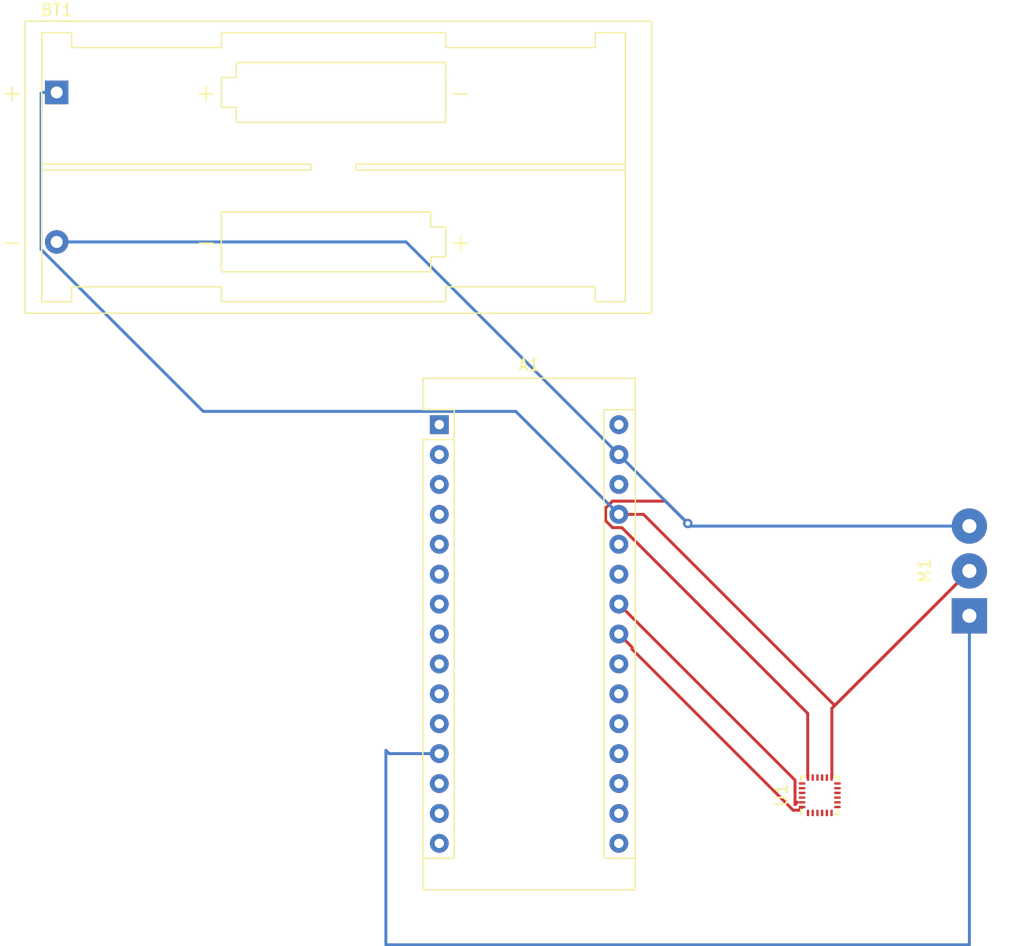
<source format=kicad_pcb>
(kicad_pcb (version 20171130) (host pcbnew "(5.1.5)-2")

  (general
    (thickness 1.6)
    (drawings 0)
    (tracks 40)
    (zones 0)
    (modules 4)
    (nets 40)
  )

  (page A4)
  (layers
    (0 F.Cu signal)
    (31 B.Cu signal)
    (32 B.Adhes user)
    (33 F.Adhes user)
    (34 B.Paste user)
    (35 F.Paste user)
    (36 B.SilkS user)
    (37 F.SilkS user)
    (38 B.Mask user)
    (39 F.Mask user)
    (40 Dwgs.User user)
    (41 Cmts.User user)
    (42 Eco1.User user)
    (43 Eco2.User user)
    (44 Edge.Cuts user)
    (45 Margin user)
    (46 B.CrtYd user)
    (47 F.CrtYd user)
    (48 B.Fab user)
    (49 F.Fab user)
  )

  (setup
    (last_trace_width 0.25)
    (trace_clearance 0.2)
    (zone_clearance 0.508)
    (zone_45_only no)
    (trace_min 0.2)
    (via_size 0.8)
    (via_drill 0.4)
    (via_min_size 0.4)
    (via_min_drill 0.3)
    (uvia_size 0.3)
    (uvia_drill 0.1)
    (uvias_allowed no)
    (uvia_min_size 0.2)
    (uvia_min_drill 0.1)
    (edge_width 0.05)
    (segment_width 0.2)
    (pcb_text_width 0.3)
    (pcb_text_size 1.5 1.5)
    (mod_edge_width 0.12)
    (mod_text_size 1 1)
    (mod_text_width 0.15)
    (pad_size 1.524 1.524)
    (pad_drill 0.762)
    (pad_to_mask_clearance 0.051)
    (solder_mask_min_width 0.25)
    (aux_axis_origin 0 0)
    (visible_elements 7FFFFFFF)
    (pcbplotparams
      (layerselection 0x010fc_ffffffff)
      (usegerberextensions false)
      (usegerberattributes false)
      (usegerberadvancedattributes false)
      (creategerberjobfile false)
      (excludeedgelayer true)
      (linewidth 0.100000)
      (plotframeref false)
      (viasonmask false)
      (mode 1)
      (useauxorigin false)
      (hpglpennumber 1)
      (hpglpenspeed 20)
      (hpglpendiameter 15.000000)
      (psnegative false)
      (psa4output false)
      (plotreference true)
      (plotvalue true)
      (plotinvisibletext false)
      (padsonsilk false)
      (subtractmaskfromsilk false)
      (outputformat 1)
      (mirror false)
      (drillshape 1)
      (scaleselection 1)
      (outputdirectory ""))
  )

  (net 0 "")
  (net 1 "Net-(A1-Pad1)")
  (net 2 "Net-(A1-Pad17)")
  (net 3 "Net-(A1-Pad2)")
  (net 4 "Net-(A1-Pad18)")
  (net 5 "Net-(A1-Pad3)")
  (net 6 "Net-(A1-Pad19)")
  (net 7 "Net-(A1-Pad4)")
  (net 8 "Net-(A1-Pad5)")
  (net 9 "Net-(A1-Pad21)")
  (net 10 "Net-(A1-Pad6)")
  (net 11 "Net-(A1-Pad22)")
  (net 12 "Net-(A1-Pad7)")
  (net 13 "Net-(A1-Pad23)")
  (net 14 "Net-(A1-Pad8)")
  (net 15 "Net-(A1-Pad24)")
  (net 16 "Net-(A1-Pad9)")
  (net 17 "Net-(A1-Pad25)")
  (net 18 "Net-(A1-Pad10)")
  (net 19 "Net-(A1-Pad26)")
  (net 20 "Net-(A1-Pad11)")
  (net 21 "Net-(A1-Pad27)")
  (net 22 "Net-(A1-Pad12)")
  (net 23 "Net-(A1-Pad28)")
  (net 24 "Net-(A1-Pad13)")
  (net 25 GND)
  (net 26 "Net-(A1-Pad14)")
  (net 27 "Net-(A1-Pad30)")
  (net 28 "Net-(A1-Pad15)")
  (net 29 "Net-(A1-Pad16)")
  (net 30 "Net-(U1-Pad1)")
  (net 31 "Net-(U1-Pad7)")
  (net 32 "Net-(U1-Pad8)")
  (net 33 "Net-(U1-Pad9)")
  (net 34 "Net-(U1-Pad10)")
  (net 35 "Net-(U1-Pad11)")
  (net 36 "Net-(U1-Pad12)")
  (net 37 "Net-(U1-Pad20)")
  (net 38 "Net-(U1-Pad21)")
  (net 39 "Net-(U1-Pad22)")

  (net_class Default "This is the default net class."
    (clearance 0.2)
    (trace_width 0.25)
    (via_dia 0.8)
    (via_drill 0.4)
    (uvia_dia 0.3)
    (uvia_drill 0.1)
    (add_net GND)
    (add_net "Net-(A1-Pad1)")
    (add_net "Net-(A1-Pad10)")
    (add_net "Net-(A1-Pad11)")
    (add_net "Net-(A1-Pad12)")
    (add_net "Net-(A1-Pad13)")
    (add_net "Net-(A1-Pad14)")
    (add_net "Net-(A1-Pad15)")
    (add_net "Net-(A1-Pad16)")
    (add_net "Net-(A1-Pad17)")
    (add_net "Net-(A1-Pad18)")
    (add_net "Net-(A1-Pad19)")
    (add_net "Net-(A1-Pad2)")
    (add_net "Net-(A1-Pad21)")
    (add_net "Net-(A1-Pad22)")
    (add_net "Net-(A1-Pad23)")
    (add_net "Net-(A1-Pad24)")
    (add_net "Net-(A1-Pad25)")
    (add_net "Net-(A1-Pad26)")
    (add_net "Net-(A1-Pad27)")
    (add_net "Net-(A1-Pad28)")
    (add_net "Net-(A1-Pad3)")
    (add_net "Net-(A1-Pad30)")
    (add_net "Net-(A1-Pad4)")
    (add_net "Net-(A1-Pad5)")
    (add_net "Net-(A1-Pad6)")
    (add_net "Net-(A1-Pad7)")
    (add_net "Net-(A1-Pad8)")
    (add_net "Net-(A1-Pad9)")
    (add_net "Net-(U1-Pad1)")
    (add_net "Net-(U1-Pad10)")
    (add_net "Net-(U1-Pad11)")
    (add_net "Net-(U1-Pad12)")
    (add_net "Net-(U1-Pad20)")
    (add_net "Net-(U1-Pad21)")
    (add_net "Net-(U1-Pad22)")
    (add_net "Net-(U1-Pad7)")
    (add_net "Net-(U1-Pad8)")
    (add_net "Net-(U1-Pad9)")
  )

  (module Module:Arduino_Nano (layer F.Cu) (tedit 58ACAF70) (tstamp 5E433A97)
    (at 201.385001 82.825001)
    (descr "Arduino Nano, http://www.mouser.com/pdfdocs/Gravitech_Arduino_Nano3_0.pdf")
    (tags "Arduino Nano")
    (path /5E42C9E2)
    (fp_text reference A1 (at 7.62 -5.08) (layer F.SilkS)
      (effects (font (size 1 1) (thickness 0.15)))
    )
    (fp_text value Arduino_Nano_v3.x (at 8.89 19.05 90) (layer F.Fab)
      (effects (font (size 1 1) (thickness 0.15)))
    )
    (fp_text user %R (at 6.35 19.05 90) (layer F.Fab)
      (effects (font (size 1 1) (thickness 0.15)))
    )
    (fp_line (start 1.27 1.27) (end 1.27 -1.27) (layer F.SilkS) (width 0.12))
    (fp_line (start 1.27 -1.27) (end -1.4 -1.27) (layer F.SilkS) (width 0.12))
    (fp_line (start -1.4 1.27) (end -1.4 39.5) (layer F.SilkS) (width 0.12))
    (fp_line (start -1.4 -3.94) (end -1.4 -1.27) (layer F.SilkS) (width 0.12))
    (fp_line (start 13.97 -1.27) (end 16.64 -1.27) (layer F.SilkS) (width 0.12))
    (fp_line (start 13.97 -1.27) (end 13.97 36.83) (layer F.SilkS) (width 0.12))
    (fp_line (start 13.97 36.83) (end 16.64 36.83) (layer F.SilkS) (width 0.12))
    (fp_line (start 1.27 1.27) (end -1.4 1.27) (layer F.SilkS) (width 0.12))
    (fp_line (start 1.27 1.27) (end 1.27 36.83) (layer F.SilkS) (width 0.12))
    (fp_line (start 1.27 36.83) (end -1.4 36.83) (layer F.SilkS) (width 0.12))
    (fp_line (start 3.81 31.75) (end 11.43 31.75) (layer F.Fab) (width 0.1))
    (fp_line (start 11.43 31.75) (end 11.43 41.91) (layer F.Fab) (width 0.1))
    (fp_line (start 11.43 41.91) (end 3.81 41.91) (layer F.Fab) (width 0.1))
    (fp_line (start 3.81 41.91) (end 3.81 31.75) (layer F.Fab) (width 0.1))
    (fp_line (start -1.4 39.5) (end 16.64 39.5) (layer F.SilkS) (width 0.12))
    (fp_line (start 16.64 39.5) (end 16.64 -3.94) (layer F.SilkS) (width 0.12))
    (fp_line (start 16.64 -3.94) (end -1.4 -3.94) (layer F.SilkS) (width 0.12))
    (fp_line (start 16.51 39.37) (end -1.27 39.37) (layer F.Fab) (width 0.1))
    (fp_line (start -1.27 39.37) (end -1.27 -2.54) (layer F.Fab) (width 0.1))
    (fp_line (start -1.27 -2.54) (end 0 -3.81) (layer F.Fab) (width 0.1))
    (fp_line (start 0 -3.81) (end 16.51 -3.81) (layer F.Fab) (width 0.1))
    (fp_line (start 16.51 -3.81) (end 16.51 39.37) (layer F.Fab) (width 0.1))
    (fp_line (start -1.53 -4.06) (end 16.75 -4.06) (layer F.CrtYd) (width 0.05))
    (fp_line (start -1.53 -4.06) (end -1.53 42.16) (layer F.CrtYd) (width 0.05))
    (fp_line (start 16.75 42.16) (end 16.75 -4.06) (layer F.CrtYd) (width 0.05))
    (fp_line (start 16.75 42.16) (end -1.53 42.16) (layer F.CrtYd) (width 0.05))
    (pad 1 thru_hole rect (at 0 0) (size 1.6 1.6) (drill 0.8) (layers *.Cu *.Mask)
      (net 1 "Net-(A1-Pad1)"))
    (pad 17 thru_hole oval (at 15.24 33.02) (size 1.6 1.6) (drill 0.8) (layers *.Cu *.Mask)
      (net 2 "Net-(A1-Pad17)"))
    (pad 2 thru_hole oval (at 0 2.54) (size 1.6 1.6) (drill 0.8) (layers *.Cu *.Mask)
      (net 3 "Net-(A1-Pad2)"))
    (pad 18 thru_hole oval (at 15.24 30.48) (size 1.6 1.6) (drill 0.8) (layers *.Cu *.Mask)
      (net 4 "Net-(A1-Pad18)"))
    (pad 3 thru_hole oval (at 0 5.08) (size 1.6 1.6) (drill 0.8) (layers *.Cu *.Mask)
      (net 5 "Net-(A1-Pad3)"))
    (pad 19 thru_hole oval (at 15.24 27.94) (size 1.6 1.6) (drill 0.8) (layers *.Cu *.Mask)
      (net 6 "Net-(A1-Pad19)"))
    (pad 4 thru_hole oval (at 0 7.62) (size 1.6 1.6) (drill 0.8) (layers *.Cu *.Mask)
      (net 7 "Net-(A1-Pad4)"))
    (pad 20 thru_hole oval (at 15.24 25.4) (size 1.6 1.6) (drill 0.8) (layers *.Cu *.Mask)
      (net 6 "Net-(A1-Pad19)"))
    (pad 5 thru_hole oval (at 0 10.16) (size 1.6 1.6) (drill 0.8) (layers *.Cu *.Mask)
      (net 8 "Net-(A1-Pad5)"))
    (pad 21 thru_hole oval (at 15.24 22.86) (size 1.6 1.6) (drill 0.8) (layers *.Cu *.Mask)
      (net 9 "Net-(A1-Pad21)"))
    (pad 6 thru_hole oval (at 0 12.7) (size 1.6 1.6) (drill 0.8) (layers *.Cu *.Mask)
      (net 10 "Net-(A1-Pad6)"))
    (pad 22 thru_hole oval (at 15.24 20.32) (size 1.6 1.6) (drill 0.8) (layers *.Cu *.Mask)
      (net 11 "Net-(A1-Pad22)"))
    (pad 7 thru_hole oval (at 0 15.24) (size 1.6 1.6) (drill 0.8) (layers *.Cu *.Mask)
      (net 12 "Net-(A1-Pad7)"))
    (pad 23 thru_hole oval (at 15.24 17.78) (size 1.6 1.6) (drill 0.8) (layers *.Cu *.Mask)
      (net 13 "Net-(A1-Pad23)"))
    (pad 8 thru_hole oval (at 0 17.78) (size 1.6 1.6) (drill 0.8) (layers *.Cu *.Mask)
      (net 14 "Net-(A1-Pad8)"))
    (pad 24 thru_hole oval (at 15.24 15.24) (size 1.6 1.6) (drill 0.8) (layers *.Cu *.Mask)
      (net 15 "Net-(A1-Pad24)"))
    (pad 9 thru_hole oval (at 0 20.32) (size 1.6 1.6) (drill 0.8) (layers *.Cu *.Mask)
      (net 16 "Net-(A1-Pad9)"))
    (pad 25 thru_hole oval (at 15.24 12.7) (size 1.6 1.6) (drill 0.8) (layers *.Cu *.Mask)
      (net 17 "Net-(A1-Pad25)"))
    (pad 10 thru_hole oval (at 0 22.86) (size 1.6 1.6) (drill 0.8) (layers *.Cu *.Mask)
      (net 18 "Net-(A1-Pad10)"))
    (pad 26 thru_hole oval (at 15.24 10.16) (size 1.6 1.6) (drill 0.8) (layers *.Cu *.Mask)
      (net 19 "Net-(A1-Pad26)"))
    (pad 11 thru_hole oval (at 0 25.4) (size 1.6 1.6) (drill 0.8) (layers *.Cu *.Mask)
      (net 20 "Net-(A1-Pad11)"))
    (pad 27 thru_hole oval (at 15.24 7.62) (size 1.6 1.6) (drill 0.8) (layers *.Cu *.Mask)
      (net 21 "Net-(A1-Pad27)"))
    (pad 12 thru_hole oval (at 0 27.94) (size 1.6 1.6) (drill 0.8) (layers *.Cu *.Mask)
      (net 22 "Net-(A1-Pad12)"))
    (pad 28 thru_hole oval (at 15.24 5.08) (size 1.6 1.6) (drill 0.8) (layers *.Cu *.Mask)
      (net 23 "Net-(A1-Pad28)"))
    (pad 13 thru_hole oval (at 0 30.48) (size 1.6 1.6) (drill 0.8) (layers *.Cu *.Mask)
      (net 24 "Net-(A1-Pad13)"))
    (pad 29 thru_hole oval (at 15.24 2.54) (size 1.6 1.6) (drill 0.8) (layers *.Cu *.Mask)
      (net 25 GND))
    (pad 14 thru_hole oval (at 0 33.02) (size 1.6 1.6) (drill 0.8) (layers *.Cu *.Mask)
      (net 26 "Net-(A1-Pad14)"))
    (pad 30 thru_hole oval (at 15.24 0) (size 1.6 1.6) (drill 0.8) (layers *.Cu *.Mask)
      (net 27 "Net-(A1-Pad30)"))
    (pad 15 thru_hole oval (at 0 35.56) (size 1.6 1.6) (drill 0.8) (layers *.Cu *.Mask)
      (net 28 "Net-(A1-Pad15)"))
    (pad 16 thru_hole oval (at 15.24 35.56) (size 1.6 1.6) (drill 0.8) (layers *.Cu *.Mask)
      (net 29 "Net-(A1-Pad16)"))
    (model ${KISYS3DMOD}/Module.3dshapes/Arduino_Nano_WithMountingHoles.wrl
      (at (xyz 0 0 0))
      (scale (xyz 1 1 1))
      (rotate (xyz 0 0 0))
    )
  )

  (module Battery:BatteryHolder_Keystone_2468_2xAAA (layer F.Cu) (tedit 5B254C69) (tstamp 5E433ADE)
    (at 168.91 54.61)
    (descr "2xAAA cell battery holder, Keystone P/N 2468, http://www.keyelco.com/product-pdf.cfm?p=1033")
    (tags "AAA battery cell holder")
    (path /5E441BA9)
    (fp_text reference BT1 (at 0 -7 180) (layer F.SilkS)
      (effects (font (size 1 1) (thickness 0.15)))
    )
    (fp_text value Battery (at 24.95 7.8) (layer F.Fab)
      (effects (font (size 1 1) (thickness 0.15)))
    )
    (fp_text user - (at 34.29 0) (layer F.SilkS)
      (effects (font (size 1.5 1.5) (thickness 0.15)))
    )
    (fp_text user + (at 12.7 0) (layer F.SilkS)
      (effects (font (size 1.5 1.5) (thickness 0.15)))
    )
    (fp_text user %R (at 0 0) (layer F.Fab)
      (effects (font (size 1 1) (thickness 0.15)))
    )
    (fp_line (start 50.9 19.15) (end 50.9 -6.45) (layer F.CrtYd) (width 0.05))
    (fp_line (start -3.1 19.15) (end 50.9 19.15) (layer F.CrtYd) (width 0.05))
    (fp_line (start -3.1 -6.45) (end -3.1 19.15) (layer F.CrtYd) (width 0.05))
    (fp_line (start 50.9 -6.45) (end -3.1 -6.45) (layer F.CrtYd) (width 0.05))
    (fp_line (start 50.5 18.75) (end 50.5 -6.05) (layer F.SilkS) (width 0.12))
    (fp_line (start -2.7 18.75) (end 50.5 18.75) (layer F.SilkS) (width 0.12))
    (fp_line (start -2.7 -6.05) (end -2.7 18.75) (layer F.SilkS) (width 0.12))
    (fp_line (start 50.5 -6.05) (end -2.7 -6.05) (layer F.SilkS) (width 0.12))
    (fp_line (start 13.97 15.24) (end 13.97 10.16) (layer F.SilkS) (width 0.12))
    (fp_line (start 13.97 10.16) (end 31.75 10.16) (layer F.SilkS) (width 0.12))
    (fp_line (start 31.75 10.16) (end 31.75 11.43) (layer F.SilkS) (width 0.12))
    (fp_line (start 31.75 11.43) (end 33.02 11.43) (layer F.SilkS) (width 0.12))
    (fp_line (start 33.02 11.43) (end 33.02 13.97) (layer F.SilkS) (width 0.12))
    (fp_line (start 33.02 13.97) (end 31.75 13.97) (layer F.SilkS) (width 0.12))
    (fp_line (start 31.75 13.97) (end 31.75 15.24) (layer F.SilkS) (width 0.12))
    (fp_line (start 31.75 15.24) (end 13.97 15.24) (layer F.SilkS) (width 0.12))
    (fp_line (start 33.02 -1.27) (end 33.02 2.54) (layer F.SilkS) (width 0.12))
    (fp_line (start 33.02 2.54) (end 15.24 2.54) (layer F.SilkS) (width 0.12))
    (fp_line (start 15.24 2.54) (end 15.24 1.27) (layer F.SilkS) (width 0.12))
    (fp_line (start 15.24 1.27) (end 13.97 1.27) (layer F.SilkS) (width 0.12))
    (fp_line (start 13.97 1.27) (end 13.97 -1.27) (layer F.SilkS) (width 0.12))
    (fp_line (start 13.97 -1.27) (end 15.24 -1.27) (layer F.SilkS) (width 0.12))
    (fp_line (start 15.24 -1.27) (end 15.24 -2.54) (layer F.SilkS) (width 0.12))
    (fp_line (start 15.24 -2.54) (end 33.02 -2.54) (layer F.SilkS) (width 0.12))
    (fp_line (start 33.02 -2.54) (end 33.02 -1.27) (layer F.SilkS) (width 0.12))
    (fp_line (start -1.27 6.096) (end 21.59 6.096) (layer F.SilkS) (width 0.12))
    (fp_line (start 21.59 6.096) (end 21.59 6.604) (layer F.SilkS) (width 0.12))
    (fp_line (start 21.59 6.604) (end -1.27 6.604) (layer F.SilkS) (width 0.12))
    (fp_line (start 48.26 6.096) (end 25.4 6.096) (layer F.SilkS) (width 0.12))
    (fp_line (start 25.4 6.096) (end 25.4 6.604) (layer F.SilkS) (width 0.12))
    (fp_line (start 25.4 6.604) (end 48.26 6.604) (layer F.SilkS) (width 0.12))
    (fp_line (start 13.97 16.51) (end 13.97 17.78) (layer F.SilkS) (width 0.12))
    (fp_line (start 13.97 17.78) (end 33.02 17.78) (layer F.SilkS) (width 0.12))
    (fp_line (start 33.02 17.78) (end 33.02 16.51) (layer F.SilkS) (width 0.12))
    (fp_line (start 45.72 -3.81) (end 33.02 -3.81) (layer F.SilkS) (width 0.12))
    (fp_line (start 33.02 -3.81) (end 33.02 -5.08) (layer F.SilkS) (width 0.12))
    (fp_line (start 33.02 -5.08) (end 13.97 -5.08) (layer F.SilkS) (width 0.12))
    (fp_line (start 13.97 -5.08) (end 13.97 -3.81) (layer F.SilkS) (width 0.12))
    (fp_line (start 45.72 16.51) (end 33.02 16.51) (layer F.SilkS) (width 0.12))
    (fp_line (start 1.27 -3.81) (end 13.97 -3.81) (layer F.SilkS) (width 0.12))
    (fp_line (start 1.27 -3.81) (end 1.27 -5.08) (layer F.SilkS) (width 0.12))
    (fp_line (start 1.27 -5.08) (end -1.27 -5.08) (layer F.SilkS) (width 0.12))
    (fp_line (start -1.27 -5.08) (end -1.27 17.78) (layer F.SilkS) (width 0.12))
    (fp_line (start -1.27 17.78) (end 1.27 17.78) (layer F.SilkS) (width 0.12))
    (fp_line (start 1.27 17.78) (end 1.27 16.51) (layer F.SilkS) (width 0.12))
    (fp_line (start 1.27 16.51) (end 13.97 16.51) (layer F.SilkS) (width 0.12))
    (fp_line (start 48.26 -5.08) (end 45.72 -5.08) (layer F.SilkS) (width 0.12))
    (fp_line (start 45.72 -5.08) (end 45.72 -3.81) (layer F.SilkS) (width 0.12))
    (fp_line (start 48.26 -5.08) (end 48.26 17.78) (layer F.SilkS) (width 0.12))
    (fp_line (start 48.26 17.78) (end 45.72 17.78) (layer F.SilkS) (width 0.12))
    (fp_line (start 45.72 17.78) (end 45.72 16.51) (layer F.SilkS) (width 0.12))
    (fp_line (start -2.6 18.65) (end -2.6 6.35) (layer F.Fab) (width 0.1))
    (fp_line (start 50.4 18.65) (end 50.4 -5.95) (layer F.Fab) (width 0.1))
    (fp_line (start -2.6 18.65) (end 50.4 18.65) (layer F.Fab) (width 0.1))
    (fp_line (start -2.6 6.35) (end -2.6 -5.95) (layer F.Fab) (width 0.1))
    (fp_line (start -2.6 -5.95) (end 50.4 -5.95) (layer F.Fab) (width 0.1))
    (fp_text user + (at 34.29 12.7) (layer F.SilkS)
      (effects (font (size 1.5 1.5) (thickness 0.15)))
    )
    (fp_text user - (at 12.7 12.7) (layer F.SilkS)
      (effects (font (size 1.5 1.5) (thickness 0.15)))
    )
    (fp_text user + (at -3.81 0) (layer F.SilkS)
      (effects (font (size 1.5 1.5) (thickness 0.15)))
    )
    (fp_text user - (at -3.81 12.7) (layer F.SilkS)
      (effects (font (size 1.5 1.5) (thickness 0.15)))
    )
    (pad 1 thru_hole rect (at 0 0) (size 2 2) (drill 1.02) (layers *.Cu *.Mask)
      (net 21 "Net-(A1-Pad27)"))
    (pad 2 thru_hole circle (at 0 12.7) (size 2 2) (drill 1.02) (layers *.Cu *.Mask)
      (net 25 GND))
    (pad "" np_thru_hole circle (at 8.636 8.6995) (size 3.5 3.5) (drill 3.5) (layers *.Cu *.Mask))
    (pad "" np_thru_hole circle (at 38.608 3.9624) (size 3.5 3.5) (drill 3.5) (layers *.Cu *.Mask))
    (model ${KISYS3DMOD}/Battery.3dshapes/BatteryHolder_Keystone_2468_2xAAA.wrl
      (at (xyz 0 0 0))
      (scale (xyz 1 1 1))
      (rotate (xyz 0 0 0))
    )
  )

  (module Connector_Wire:SolderWirePad_1x03_P3.81mm_Drill1.2mm (layer F.Cu) (tedit 5AEE5F4D) (tstamp 5E433AEA)
    (at 246.38 99.06 90)
    (descr "Wire solder connection")
    (tags connector)
    (path /5E44D140)
    (attr virtual)
    (fp_text reference M1 (at 3.81 -3.81 90) (layer F.SilkS)
      (effects (font (size 1 1) (thickness 0.15)))
    )
    (fp_text value Motor_Servo (at 3.81 3.81 90) (layer F.Fab)
      (effects (font (size 1 1) (thickness 0.15)))
    )
    (fp_text user %R (at 3.81 0 90) (layer F.Fab)
      (effects (font (size 1 1) (thickness 0.15)))
    )
    (fp_line (start -2 -2) (end 9.62 -2) (layer F.CrtYd) (width 0.05))
    (fp_line (start -2 -2) (end -2 2) (layer F.CrtYd) (width 0.05))
    (fp_line (start 9.62 2) (end 9.62 -2) (layer F.CrtYd) (width 0.05))
    (fp_line (start 9.62 2) (end -2 2) (layer F.CrtYd) (width 0.05))
    (pad 1 thru_hole rect (at 0 0 90) (size 2.99974 2.99974) (drill 1.19888) (layers *.Cu *.Mask)
      (net 22 "Net-(A1-Pad12)"))
    (pad 2 thru_hole circle (at 3.81 0 90) (size 2.99974 2.99974) (drill 1.19888) (layers *.Cu *.Mask)
      (net 21 "Net-(A1-Pad27)"))
    (pad 3 thru_hole circle (at 7.62 0 90) (size 2.99974 2.99974) (drill 1.19888) (layers *.Cu *.Mask)
      (net 25 GND))
  )

  (module Sensor_Motion:InvenSense_QFN-24_3x3mm_P0.4mm (layer F.Cu) (tedit 5B5A6A65) (tstamp 5E433B25)
    (at 233.68 114.3 90)
    (descr "24-Lead Plastic QFN (3mm x 3mm); Pitch 0.4mm; EP 1.7x1.54mm; for InvenSense motion sensors; keepout area marked (Package see: https://store.invensense.com/datasheets/invensense/MPU9250REV1.0.pdf; See also https://www.invensense.com/wp-content/uploads/2015/02/InvenSense-MEMS-Handling.pdf)")
    (tags "QFN 0.4")
    (path /5E44BC2B)
    (attr smd)
    (fp_text reference U1 (at 0 -3.25 90) (layer F.SilkS)
      (effects (font (size 1 1) (thickness 0.15)))
    )
    (fp_text value MPU-9250 (at 0 3.25 90) (layer F.Fab)
      (effects (font (size 1 1) (thickness 0.15)))
    )
    (fp_text user %R (at 0 0 90) (layer F.Fab)
      (effects (font (size 0.7 0.7) (thickness 0.105)))
    )
    (fp_line (start -0.5 -1.5) (end 1.5 -1.5) (layer F.Fab) (width 0.15))
    (fp_line (start 1.5 -1.5) (end 1.5 1.5) (layer F.Fab) (width 0.15))
    (fp_line (start 1.5 1.5) (end -1.5 1.5) (layer F.Fab) (width 0.15))
    (fp_line (start -1.5 1.5) (end -1.5 -0.5) (layer F.Fab) (width 0.15))
    (fp_line (start -1.5 -0.5) (end -0.5 -1.5) (layer F.Fab) (width 0.15))
    (fp_line (start 2.05 -2.05) (end 2.05 2.05) (layer F.CrtYd) (width 0.05))
    (fp_line (start 2.05 2.05) (end -2.05 2.05) (layer F.CrtYd) (width 0.05))
    (fp_line (start -2.05 2.05) (end -2.05 -2.05) (layer F.CrtYd) (width 0.05))
    (fp_line (start -2.05 -2.05) (end 2.05 -2.05) (layer F.CrtYd) (width 0.05))
    (fp_line (start -1.6 1.6) (end -1.6 1.2) (layer F.SilkS) (width 0.15))
    (fp_line (start -1.6 1.6) (end -1.2 1.6) (layer F.SilkS) (width 0.15))
    (fp_line (start 1.6 1.6) (end 1.6 1.2) (layer F.SilkS) (width 0.15))
    (fp_line (start 1.6 1.6) (end 1.2 1.6) (layer F.SilkS) (width 0.15))
    (fp_line (start 1.6 -1.6) (end 1.6 -1.2) (layer F.SilkS) (width 0.15))
    (fp_line (start 1.6 -1.6) (end 1.2 -1.6) (layer F.SilkS) (width 0.15))
    (fp_line (start -1.6 -1.6) (end -1.2 -1.6) (layer F.SilkS) (width 0.15))
    (fp_line (start -0.875 -0.795) (end 0.875 -0.795) (layer Dwgs.User) (width 0.05))
    (fp_line (start -0.875 -0.795) (end -0.875 0.795) (layer Dwgs.User) (width 0.05))
    (fp_line (start -0.875 0.795) (end 0.875 0.795) (layer Dwgs.User) (width 0.05))
    (fp_line (start 0.875 -0.795) (end 0.875 0.795) (layer Dwgs.User) (width 0.05))
    (fp_line (start 0.875 0.295) (end 0.375 0.795) (layer Dwgs.User) (width 0.05))
    (fp_line (start 0.875 -0.205) (end -0.125 0.795) (layer Dwgs.User) (width 0.05))
    (fp_line (start 0.875 -0.705) (end -0.625 0.795) (layer Dwgs.User) (width 0.05))
    (fp_line (start 0.465 -0.795) (end -0.875 0.545) (layer Dwgs.User) (width 0.05))
    (fp_line (start -0.035 -0.795) (end -0.875 0.045) (layer Dwgs.User) (width 0.05))
    (fp_line (start -0.535 -0.795) (end -0.875 -0.455) (layer Dwgs.User) (width 0.05))
    (fp_text user KEEPOUT (at 0 -0.5 90) (layer Cmts.User)
      (effects (font (size 0.2 0.2) (thickness 0.04)))
    )
    (fp_text user "No Copper" (at 0 -0.1 90) (layer Cmts.User)
      (effects (font (size 0.2 0.2) (thickness 0.04)))
    )
    (fp_text user "Directly Below" (at 0 0.25 90) (layer Cmts.User)
      (effects (font (size 0.2 0.2) (thickness 0.04)))
    )
    (fp_text user Component (at 0 0.55 90) (layer Cmts.User)
      (effects (font (size 0.2 0.2) (thickness 0.04)))
    )
    (pad 1 smd roundrect (at -1.5 -1 90) (size 0.55 0.2) (layers F.Cu F.Paste F.Mask) (roundrect_rratio 0.25)
      (net 30 "Net-(U1-Pad1)"))
    (pad 2 smd roundrect (at -1.5 -0.6 90) (size 0.55 0.2) (layers F.Cu F.Paste F.Mask) (roundrect_rratio 0.25))
    (pad 3 smd roundrect (at -1.5 -0.2 90) (size 0.55 0.2) (layers F.Cu F.Paste F.Mask) (roundrect_rratio 0.25))
    (pad 4 smd roundrect (at -1.5 0.2 90) (size 0.55 0.2) (layers F.Cu F.Paste F.Mask) (roundrect_rratio 0.25))
    (pad 5 smd roundrect (at -1.5 0.6 90) (size 0.55 0.2) (layers F.Cu F.Paste F.Mask) (roundrect_rratio 0.25))
    (pad 6 smd roundrect (at -1.5 1 90) (size 0.55 0.2) (layers F.Cu F.Paste F.Mask) (roundrect_rratio 0.25))
    (pad 7 smd roundrect (at -1 1.5 180) (size 0.55 0.2) (layers F.Cu F.Paste F.Mask) (roundrect_rratio 0.25)
      (net 31 "Net-(U1-Pad7)"))
    (pad 8 smd roundrect (at -0.6 1.5 180) (size 0.55 0.2) (layers F.Cu F.Paste F.Mask) (roundrect_rratio 0.25)
      (net 32 "Net-(U1-Pad8)"))
    (pad 9 smd roundrect (at -0.2 1.5 180) (size 0.55 0.2) (layers F.Cu F.Paste F.Mask) (roundrect_rratio 0.25)
      (net 33 "Net-(U1-Pad9)"))
    (pad 10 smd roundrect (at 0.2 1.5 180) (size 0.55 0.2) (layers F.Cu F.Paste F.Mask) (roundrect_rratio 0.25)
      (net 34 "Net-(U1-Pad10)"))
    (pad 11 smd roundrect (at 0.6 1.5 180) (size 0.55 0.2) (layers F.Cu F.Paste F.Mask) (roundrect_rratio 0.25)
      (net 35 "Net-(U1-Pad11)"))
    (pad 12 smd roundrect (at 1 1.5 180) (size 0.55 0.2) (layers F.Cu F.Paste F.Mask) (roundrect_rratio 0.25)
      (net 36 "Net-(U1-Pad12)"))
    (pad 13 smd roundrect (at 1.5 1 90) (size 0.55 0.2) (layers F.Cu F.Paste F.Mask) (roundrect_rratio 0.25)
      (net 21 "Net-(A1-Pad27)"))
    (pad 14 smd roundrect (at 1.5 0.6 90) (size 0.55 0.2) (layers F.Cu F.Paste F.Mask) (roundrect_rratio 0.25))
    (pad 15 smd roundrect (at 1.5 0.2 90) (size 0.55 0.2) (layers F.Cu F.Paste F.Mask) (roundrect_rratio 0.25))
    (pad 16 smd roundrect (at 1.5 -0.2 90) (size 0.55 0.2) (layers F.Cu F.Paste F.Mask) (roundrect_rratio 0.25))
    (pad 17 smd roundrect (at 1.5 -0.6 90) (size 0.55 0.2) (layers F.Cu F.Paste F.Mask) (roundrect_rratio 0.25))
    (pad 18 smd roundrect (at 1.5 -1 90) (size 0.55 0.2) (layers F.Cu F.Paste F.Mask) (roundrect_rratio 0.25)
      (net 25 GND))
    (pad 19 smd roundrect (at 1 -1.5 180) (size 0.55 0.2) (layers F.Cu F.Paste F.Mask) (roundrect_rratio 0.25))
    (pad 20 smd roundrect (at 0.6 -1.5 180) (size 0.55 0.2) (layers F.Cu F.Paste F.Mask) (roundrect_rratio 0.25)
      (net 37 "Net-(U1-Pad20)"))
    (pad 21 smd roundrect (at 0.2 -1.5 180) (size 0.55 0.2) (layers F.Cu F.Paste F.Mask) (roundrect_rratio 0.25)
      (net 38 "Net-(U1-Pad21)"))
    (pad 22 smd roundrect (at -0.2 -1.5 180) (size 0.55 0.2) (layers F.Cu F.Paste F.Mask) (roundrect_rratio 0.25)
      (net 39 "Net-(U1-Pad22)"))
    (pad 23 smd roundrect (at -0.6 -1.5 180) (size 0.55 0.2) (layers F.Cu F.Paste F.Mask) (roundrect_rratio 0.25)
      (net 15 "Net-(A1-Pad24)"))
    (pad 24 smd roundrect (at -1 -1.5 180) (size 0.55 0.2) (layers F.Cu F.Paste F.Mask) (roundrect_rratio 0.25)
      (net 13 "Net-(A1-Pad23)"))
    (model ${KISYS3DMOD}/Package_DFN_QFN.3dshapes/QFN-24_3x3mm_P0.4mm_EP1.7x1.54mm.wrl
      (at (xyz 0 0 0))
      (scale (xyz 1 1 1))
      (rotate (xyz 0 0 0))
    )
  )

  (segment (start 217.750002 101.901086) (end 231.418916 115.57) (width 0.25) (layer F.Cu) (net 13))
  (segment (start 216.625001 100.605001) (end 217.750002 101.730002) (width 0.25) (layer F.Cu) (net 13))
  (segment (start 217.750002 101.730002) (end 217.750002 101.901086) (width 0.25) (layer F.Cu) (net 13))
  (segment (start 232.15499 115.32501) (end 232.18 115.32501) (width 0.25) (layer F.Cu) (net 13))
  (segment (start 231.418916 115.57) (end 231.91 115.57) (width 0.25) (layer F.Cu) (net 13))
  (segment (start 231.91 115.57) (end 232.15499 115.32501) (width 0.25) (layer F.Cu) (net 13))
  (segment (start 231.57999 115.094664) (end 231.774654 114.9) (width 0.25) (layer F.Cu) (net 15))
  (segment (start 216.625001 98.065001) (end 231.57999 113.01999) (width 0.25) (layer F.Cu) (net 15))
  (segment (start 231.57999 113.01999) (end 231.57999 115.094664) (width 0.25) (layer F.Cu) (net 15))
  (segment (start 215.825002 89.645002) (end 216.625001 90.445001) (width 0.25) (layer B.Cu) (net 21))
  (segment (start 207.88 81.7) (end 215.825002 89.645002) (width 0.25) (layer B.Cu) (net 21))
  (segment (start 181.338998 81.7) (end 207.88 81.7) (width 0.25) (layer B.Cu) (net 21))
  (segment (start 167.584999 67.946001) (end 181.338998 81.7) (width 0.25) (layer B.Cu) (net 21))
  (segment (start 167.584999 54.685001) (end 167.584999 67.946001) (width 0.25) (layer B.Cu) (net 21))
  (segment (start 167.66 54.61) (end 167.584999 54.685001) (width 0.25) (layer B.Cu) (net 21))
  (segment (start 168.91 54.61) (end 167.66 54.61) (width 0.25) (layer B.Cu) (net 21))
  (segment (start 234.70501 106.92499) (end 234.70501 112.8) (width 0.25) (layer F.Cu) (net 21))
  (segment (start 246.38 95.25) (end 234.70501 106.92499) (width 0.25) (layer F.Cu) (net 21))
  (segment (start 216.625001 90.445001) (end 218.715001 90.445001) (width 0.25) (layer F.Cu) (net 21))
  (segment (start 218.715001 90.445001) (end 234.95 106.68) (width 0.25) (layer F.Cu) (net 21))
  (segment (start 234.95 106.68) (end 246.38 95.25) (width 0.25) (layer F.Cu) (net 21))
  (segment (start 197.125001 110.765001) (end 201.385001 110.765001) (width 0.25) (layer B.Cu) (net 22))
  (segment (start 196.85 110.49) (end 197.125001 110.765001) (width 0.25) (layer B.Cu) (net 22))
  (segment (start 196.85 127) (end 196.85 110.49) (width 0.25) (layer B.Cu) (net 22))
  (segment (start 246.38 99.06) (end 246.38 127) (width 0.25) (layer B.Cu) (net 22))
  (segment (start 246.38 127) (end 196.85 127) (width 0.25) (layer B.Cu) (net 22))
  (segment (start 222.7 91.44) (end 222.475 91.215) (width 0.25) (layer B.Cu) (net 25))
  (segment (start 246.38 91.44) (end 222.7 91.44) (width 0.25) (layer B.Cu) (net 25))
  (segment (start 198.57 67.31) (end 168.91 67.31) (width 0.25) (layer B.Cu) (net 25))
  (segment (start 216.625001 85.365001) (end 198.57 67.31) (width 0.25) (layer B.Cu) (net 25))
  (segment (start 222.475 91.215) (end 216.625001 85.365001) (width 0.25) (layer B.Cu) (net 25) (tstamp 5E43422E))
  (via (at 222.475 91.215) (size 0.8) (drill 0.4) (layers F.Cu B.Cu) (net 25))
  (segment (start 232.65499 107.349988) (end 232.65499 112.8) (width 0.25) (layer F.Cu) (net 25))
  (segment (start 216.875004 91.570002) (end 232.65499 107.349988) (width 0.25) (layer F.Cu) (net 25))
  (segment (start 216.085 91.570002) (end 216.875004 91.570002) (width 0.25) (layer F.Cu) (net 25))
  (segment (start 220.58 89.32) (end 216.085 89.32) (width 0.25) (layer F.Cu) (net 25))
  (segment (start 222.475 91.215) (end 220.58 89.32) (width 0.25) (layer F.Cu) (net 25))
  (segment (start 216.085 89.32) (end 215.5 89.905) (width 0.25) (layer F.Cu) (net 25))
  (segment (start 215.5 90.985002) (end 216.085 91.570002) (width 0.25) (layer F.Cu) (net 25))
  (segment (start 215.5 89.905) (end 215.5 90.985002) (width 0.25) (layer F.Cu) (net 25))

)

</source>
